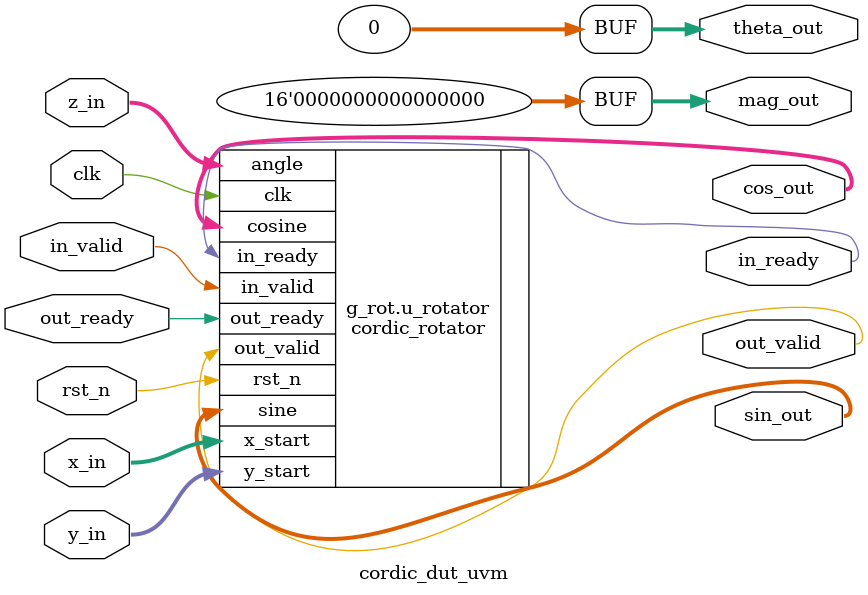
<source format=sv>
module cordic_dut_uvm #(
    parameter int MODE = 0,
    parameter int XY_W = 16,
    parameter int ANGLE_W = 32,
    parameter int ITER = 16,
    parameter int GUARD = 3,
    parameter int GAIN_COMP = 0
)(
    input logic clk,
    input logic rst_n,
    input logic in_valid,
    output logic in_ready,
    input logic signed [XY_W-1:0] x_in,
    input logic signed [XY_W-1:0] y_in,
    input logic signed [ANGLE_W-1:0] z_in,
    output logic out_valid,
    input logic out_ready,
    output logic signed [XY_W-1:0] cos_out,
    output logic signed [XY_W-1:0] sin_out,
    output logic signed [XY_W-1:0] mag_out,
    output logic signed [ANGLE_W-1:0] theta_out
);

    generate
        if (MODE == 0) begin : g_rot
            cordic_rotator #(
                .XY_W(XY_W),
                .ANGLE_W(ANGLE_W),
                .ITER(ITER),
                .GUARD(GUARD),
                .GAIN_COMP(GAIN_COMP)
            ) u_rotator (
                .clk(clk),
                .rst_n(rst_n),
                .in_valid(in_valid),
                .in_ready(in_ready),
                .x_start(x_in),
                .y_start(y_in),
                .angle(z_in),
                .out_valid(out_valid),
                .out_ready(out_ready),
                .cosine(cos_out),
                .sine(sin_out)
            );
            assign mag_out = '0;
            assign theta_out = '0;
        end else begin : g_vec
            cordic_vectoring #(
                .XY_W(XY_W),
                .ANGLE_W(ANGLE_W),
                .ITER(ITER),
                .GUARD(GUARD),
                .GAIN_COMP(GAIN_COMP)
            ) u_vectoring (
                .clk(clk),
                .rst_n(rst_n),
                .in_valid(in_valid),
                .in_ready(in_ready),
                .x_start(x_in),
                .y_start(y_in),
                .out_valid(out_valid),
                .out_ready(out_ready),
                .mag(mag_out),
                .theta(theta_out)
            );
            assign cos_out = '0;
            assign sin_out = '0;
        end
    endgenerate

endmodule
</source>
